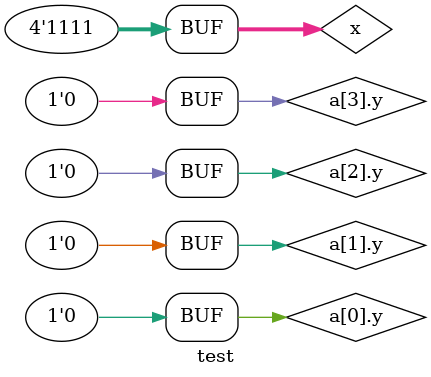
<source format=v>
module test();
   
  reg [3:0] x;
 
  genvar    i;
  generate
  for(i=0; i<4; i=i+1) begin:a
  always @(*) begin
  x[i] = 1;
  end
  wire y = 0; 
  end
  endgenerate
endmodule // test
</source>
